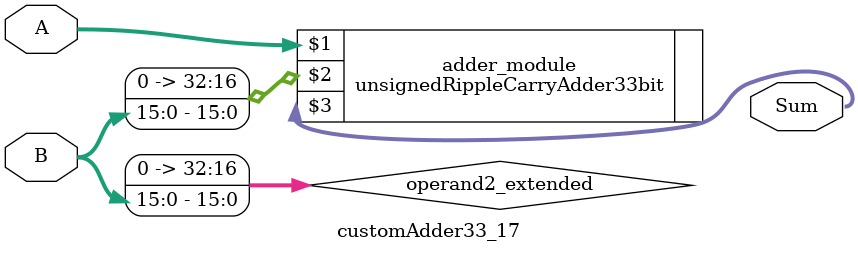
<source format=v>
module customAdder33_17(
                        input [32 : 0] A,
                        input [15 : 0] B,
                        
                        output [33 : 0] Sum
                );

        wire [32 : 0] operand2_extended;
        
        assign operand2_extended =  {17'b0, B};
        
        unsignedRippleCarryAdder33bit adder_module(
            A,
            operand2_extended,
            Sum
        );
        
        endmodule
        
</source>
